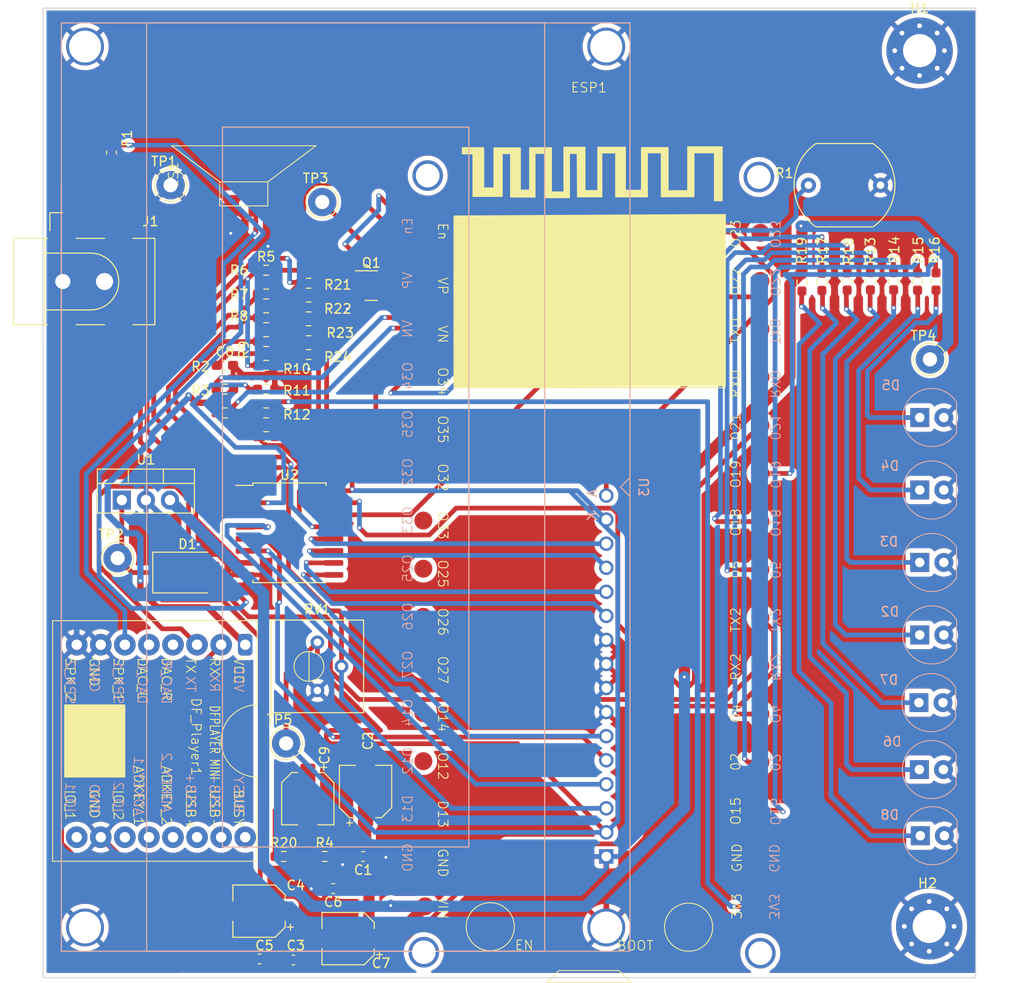
<source format=kicad_pcb>
(kicad_pcb (version 20221018) (generator pcbnew)
  (layers (0 "F.Cu" signal) (1 "In1.Cu" power) (2 "In2.Cu" mixed) (31 "B.Cu" mixed) (34 "B.Paste" user) (35 "F.Paste" user) (36 "B.SilkS" user "B.Silkscreen") (37 "F.SilkS" user "F.Silkscreen") (38 "B.Mask" user) (39 "F.Mask" user) (44 "Edge.Cuts" user))
  (net 0 "")
  (net 1 "+5V")
  (net 2 "GND")
  (net 3 "Vin")
  (net 4 "Net-(U2-VDD)")
  (net 5 "Net-(D1-A)")
  (net 6 "Net-(D2-Pad1)")
  (net 7 "Net-(D3-Pad1)")
  (net 8 "Net-(D4-Pad1)")
  (net 9 "Net-(D5-Pad1)")
  (net 10 "Net-(D6-Pad1)")
  (net 11 "Net-(D7-Pad1)")
  (net 21 "Net-(ESP1-O34)")
  (net 22 "Net-(ESP1-VN)")
  (net 23 "Net-(ESP1-VP)")
  (net 26 "Net-(ESP1-O22)")
  (net 27 "Net-(DF_Player1-RX)")
  (net 28 "Net-(DF_Player1-TX)")
  (net 30 "Net-(ESP1-O19)")
  (net 31 "Net-(ESP1-O18)")
  (net 32 "Net-(ESP1-O5)")
  (net 34 "Net-(ESP1-O21)")
  (net 35 "Net-(ESP1-O4)")
  (net 36 "Net-(ESP1-O2)")
  (net 37 "Net-(ESP1-O15)")
  (net 38 "Net-(ESP1-3V3)")
  (net 39 "Net-(F1-Pad2)")
  (net 40 "Net-(Q1-G)")
  (net 41 "Net-(Q1-D)")
  (net 42 "+3.3V")
  (net 43 "Net-(U2-A2)")
  (net 44 "Net-(U2-A1)")
  (net 45 "Net-(U2-A0)")
  (net 46 "Net-(U2-~{INT})")
  (net 47 "Net-(D8-Pad1)")
  (net 48 "Net-(U2-P3)")
  (net 49 "Net-(U3-VO)")
  (net 50 "Net-(U2-P0)")
  (net 51 "Net-(U2-P1)")
  (net 52 "Net-(U2-P2)")
  (net 53 "Net-(U2-P4)")
  (net 54 "Net-(U2-P5)")
  (net 55 "Net-(U2-P6)")
  (net 56 "Net-(U2-P7)")
  (net 59 "Net-(DF_Player1-SPK_1)")
  (footprint "Resistor_SMD:R_0603_1608Metric_Pad0.98x0.95mm_HandSolder" (layer "F.Cu") (at 114.3595 80.164)
    (fp_text reference "R8")
    (fp_text value "1K")
  )
  (footprint "Resistor_SMD:R_0603_1608Metric_Pad0.98x0.95mm_HandSolder" (layer "F.Cu") (at 110.0095 85.184)
    (fp_text reference "R2")
    (fp_text value "10 k")
  )
  (footprint "Capacitor_SMD:CP_Elec_5x5.4" (layer "F.Cu") (at 123.0095 143.199 180)
    (fp_text reference "C7")
    (fp_text value "47uF 16V")
  )
  (footprint "GeneralPurposeAlarmDevicePCB:MountingHole_3.5mm_Pad_Via" (layer "F.Cu") (at 184.325845 141.907845)
    (fp_text reference "H2")
    (fp_text value "MountingHole_Pad_3.5mm")
  )
  (footprint "TestPoint:TestPoint_Loop_D2.54mm_Drill1.5mm_Beaded" (layer "F.Cu") (at 98.688 103.026 180)
    (fp_text reference "TP2")
    (fp_text value "TestPoint")
  )
  (footprint "Resistor_SMD:R_0603_1608Metric_Pad0.98x0.95mm_HandSolder" (layer "F.Cu") (at 114.3595 85.184)
    (fp_text reference "R10")
    (fp_text value "1R0")
  )
  (footprint "Resistor_SMD:R_0603_1608Metric_Pad0.98x0.95mm_HandSolder" (layer "F.Cu") (at 185.042 73.8165 90)
    (fp_text reference "R16")
    (fp_text value "60 ohm")
  )
  (footprint "Capacitor_SMD:C_0603_1608Metric_Pad1.08x0.95mm_HandSolder" (layer "F.Cu") (at 121.4345 137.904 180)
    (fp_text reference "C6")
    (fp_text value "100nF")
  )
  (footprint "TestPoint:TestPoint_Loop_D2.54mm_Drill1.5mm_Beaded" (layer "F.Cu") (at 184.404 82.042 180)
    (fp_text reference "TP4")
    (fp_text value "TestPoint")
  )
  (footprint "TestPoint:TestPoint_Loop_D2.54mm_Drill1.5mm_Beaded" (layer "F.Cu") (at 120.278 65.434 180)
    (fp_text reference "TP3")
    (fp_text value "nINT")
  )
  (footprint "Resistor_SMD:R_0603_1608Metric_Pad0.98x0.95mm_HandSolder" (layer "F.Cu") (at 118.8345 74.004)
    (fp_text reference "R21")
    (fp_text value "4K7")
  )
  (footprint "Capacitor_SMD:C_0603_1608Metric_Pad1.08x0.95mm_HandSolder" (layer "F.Cu") (at 124.596 134.522 180)
    (fp_text reference "C1")
    (fp_text value "100nF")
  )
  (footprint "Resistor_SMD:R_0603_1608Metric_Pad0.98x0.95mm_HandSolder" (layer "F.Cu") (at 170.897 73.9165 90)
    (fp_text reference "R19")
    (fp_text value "330R")
  )
  (footprint "GeneralPurposeAlarmDevicePCB:BarrelJack_CLIFF_FC681465S_SMT_Horizontal" (layer "F.Cu") (at 95.806 73.826)
    (fp_text reference "J1")
    (fp_text value "Barrel_Jack_Switch_SMT")
  )
  (footprint "Capacitor_SMD:CP_Elec_5x5.4" (layer "F.Cu") (at 113.6115 140.2965 180)
    (fp_text reference "C4")
    (fp_text value "47uF 16V")
  )
  (footprint "Capacitor_SMD:C_0603_1608Metric_Pad1.08x0.95mm_HandSolder" (layer "F.Cu") (at 117.23 145.4515)
    (fp_text reference "C3")
    (fp_text value "39pF")
  )
  (footprint "Resistor_SMD:R_0603_1608Metric_Pad0.98x0.95mm_HandSolder" (layer "F.Cu") (at 110.0095 87.694)
    (fp_text reference "R3")
    (fp_text value "10 k")
  )
  (footprint "Resistor_SMD:R_0603_1608Metric_Pad0.98x0.95mm_HandSolder" (layer "F.Cu") (at 118.8345 79.024)
    (fp_text reference "R23")
    (fp_text value "DNI")
  )
  (footprint "Capacitor_SMD:C_0603_1608Metric_Pad1.08x0.95mm_HandSolder" (layer "F.Cu") (at 110.0095 82.674)
    (fp_text reference "C8")
    (fp_text value "100nF")
  )
  (footprint "DF_PLAYER1:DF PLAYER" (layer "F.Cu") (at 113.42 109.63 -90)
    (fp_text reference "DF_Player1")
    (fp_text value "~")
  )
  (footprint "Resistor_SMD:R_0603_1608Metric_Pad0.98x0.95mm_HandSolder" (layer "F.Cu") (at 114.3595 75.144)
    (fp_text reference "R6")
    (fp_text value "4K7")
  )
  (footprint "TestPoint:TestPoint_Loop_D2.54mm_Drill1.5mm_Beaded" (layer "F.Cu") (at 116.468 122.584 180)
    (fp_text reference "TP5")
    (fp_text value "Vcc_LCD")
  )
  (footprint "Resistor_SMD:R_0603_1608Metric_Pad0.98x0.95mm_HandSolder" (layer "F.Cu") (at 114.3595 90.204)
    (fp_text reference "R12")
    (fp_text value "1R0")
  )
  (footprint "Resistor_SMD:R_0603_1608Metric_Pad0.98x0.95mm_HandSolder" (layer "F.Cu") (at 114.3595 77.654)
    (fp_text reference "R7")
    (fp_text value "4K7")
  )
  (footprint "Resistor_SMD:R_0603_1608Metric_Pad0.98x0.95mm_HandSolder" (layer "F.Cu") (at 118.8345 76.514)
    (fp_text reference "R22")
    (fp_text value "4K7")
  )
  (footprint "Package_TO_SOT_SMD:SOT-23" (layer "F.Cu") (at 125.4595 74.254)
    (fp_text reference "Q1")
    (fp_text value "BSS138")
  )
  (footprint "TestPoint:TestPoint_Loop_D2.54mm_Drill1.5mm_Beaded" (layer "F.Cu") (at 104.276 63.656 180)
    (fp_text reference "TP1")
    (fp_text value "TestPoint")
  )
  (footprint "speaker:Speaker" (layer "F.Cu") (at 101.836 67.112 90)
    (fp_text reference "LS1")
    (fp_text value "Speaker")
  )
  (footprint "Resistor_SMD:R_0603_1608Metric_Pad0.98x0.95mm_HandSolder" (layer "F.Cu") (at 180.572 73.7915 90)
    (fp_text reference "R14")
    (fp_text value "60 ohm")
  )
  (footprint "Fuse:Fuse_0603_1608Metric" (layer "F.Cu") (at 98.044 60.198 -90)
    (fp_text reference "F1")
    (fp_text value "Polyfuse_Small")
  )
  (footprint "Package_TO_SOT_THT:TO-220-3_Vertical" (layer "F.Cu") (at 99.132 96.899)
    (fp_text reference "U1")
    (fp_text value "LM7805_TO220")
  )
  (footprint "Capacitor_SMD:CP_Elec_5x5.4" (layer "F.Cu") (at 118.754 128.426 -90)
    (fp_text reference "C9")
    (fp_text value "47uF 16V")
  )
  (footprint "Resistor_SMD:R_0603_1608Metric_Pad0.98x0.95mm_HandSolder" (layer "F.Cu") (at 175.672 73.8165 90)
    (fp_text reference "R18")
    (fp_text value "60 ohm")
  )
  (footprint "Resistor_SMD:R_0603_1608Metric_Pad0.98x0.95mm_HandSolder" (layer "F.Cu") (at 118.8345 81.534)
    (fp_text reference "R24")
    (fp_text value "DNI")
  )
  (footprint "esp32 15 pin Library:esp32" (layer "F.Cu") (at 148.4222 53.852)
    (fp_text reference "ESP1")
    (fp_text value "~")
  )
  (footprint "Resistor_SMD:R_0603_1608Metric_Pad0.98x0.95mm_HandSolder" (layer "F.Cu") (at 114.3595 82.674)
    (fp_text reference "R9")
    (fp_text value "1R0")
  )
  (footprint "Package_SO:SOIC-16W_7.5x10.3mm_P1.27mm" (layer "F.Cu") (at 116.822 100.354)
    (fp_text reference "U2")
    (fp_text value "PCF8574AT_3_518")
  )
  (footprint "Diode_SMD:D_SMB" (layer "F.Cu") (at 106.054 104.55)
    (fp_text reference "D1")
    (fp_text value "D_Schottky")
  )
  (footprint "Capacitor_SMD:CP_Elec_5x5.4" (layer "F.Cu") (at 124.85 127.664 90)
    (fp_text reference "C2")
    (fp_text value "47uF 16V")
  )
  (footprint "Resistor_SMD:R_0603_1608Metric_Pad0.98x0.95mm_HandSolder" (layer "F.Cu") (at 178.122 73.7915 90)
    (fp_text reference "R13")
    (fp_text value "60 ohm")
  )
  (footprint "Resistor_SMD:R_0603_1608Metric_Pad0.98x0.95mm_HandSolder" (layer "F.Cu") (at 183.097 73.829 90)
    (fp_text reference "R15")
    (fp_text value "60 ohm")
  )
  (footprint "Resistor_SMD:R_0603_1608Metric_Pad0.98x0.95mm_HandSolder" (layer "F.Cu") (at 116.214 134.522)
    (fp_text reference "R20")
    (fp_text value "1R0")
  )
  (footprint "Capacitor_SMD:C_0603_1608Metric_Pad1.08x0.95mm_HandSolder" (layer "F.Cu") (at 113.674 145.3435)
    (fp_text reference "C5")
    (fp_text value "100nF")
  )
  (footprint "Resistor_SMD:R_0603_1608Metric_Pad0.98x0.95mm_HandSolder" (layer "F.Cu") (at 114.3595 72.634)
    (fp_text reference "R5")
    (fp_text value "4K7")
  )
  (footprint "GeneralPurposeAlarmDevicePCB:MountingHole_3.5mm_Pad_Via" (layer "F.Cu") (at 183.309845 49.451845)
    (fp_text reference "H1")
    (fp_text value "MountingHole_Pad_3.5mm")
  )
  (footprint "OptoDevice:R_LDR_10x8.5mm_P7.6mm_Vertical" (layer "F.Cu") (at 179.186 63.656 180)
    (fp_text reference "R1")
    (fp_text value "LDR03")
  )
  (footprint "GeneralPurposeAlarmDevicePCB:Potentiometer_Bourns_3386P_Vertical" (layer "F.Cu") (at 119.77 116.996)
    (fp_text reference "RV1")
    (fp_text value "POT 0.375 10K")
  )
  (footprint "Resistor_SMD:R_0603_1608Metric_Pad0.98x0.95mm_HandSolder" (layer "F.Cu") (at 114.3595 87.694)
    (fp_text reference "R11")
    (fp_text value "1 Ohm")
  )
  (footprint "Resistor_SMD:R_0603_1608Metric_Pad0.98x0.95mm_HandSolder" (layer "F.Cu") (at 172.997 73.854 90)
    (fp_text reference "R17")
    (fp_text value "60 ohm")
  )
  (footprint "Resistor_SMD:R_0603_1608Metric_Pad0.98x0.95mm_HandSolder" (layer "F.Cu") (at 120.532 134.522)
    (fp_text reference "R4")
    (fp_text value "R")
  )
  (footprint "GeneralPurposeAlarmDevicePCB:LED_5mm_Radial" (layer "B.Cu") (at 185.828 125.349)
    (fp_text reference "D6")
    (fp_text value "LED_T1.75_CLEAR_RED")
  )
  (footprint "GeneralPurposeAlarmDevicePCB:LED_5mm_Radial" (layer "B.Cu") (at 185.868 111.134)
    (fp_text reference "D2")
    (fp_text value "LED_T1.75_CLEAR_RED")
  )
  (footprint "GeneralPurposeAlarmDevicePCB:LED_5mm_Radial" (layer "B.Cu") (at 185.868 103.484)
    (fp_text reference "D3")
    (fp_text value "LED_T1.75_CLEAR_RED")
  )
  (footprint "LCD 20x4Library:LCD_2004A" (layer "B.Cu") (at 122.75 95.522 90)
    (fp_text reference "U3")
    (fp_text value "LCD_20x4_Character-GPAD_SCH_LIB")
  )
  (footprint "GeneralPurposeAlarmDevicePCB:LED_5mm_Radial" (layer "B.Cu") (at 185.778 118.284)
    (fp_text reference "D7")
    (fp_text value "LED_T1.75_CLEAR_RED")
  )
  (footprint "GeneralPurposeAlarmDevicePCB:LED_5mm_Radial" (layer "B.Cu") (at 185.868 88.184)
    (fp_text reference "D5")
    (fp_text value "LED_T1.75_CLEAR_RED")
  )
  (footprint "GeneralPurposeAlarmDevicePCB:LED_5mm_Radial" (layer "B.Cu") (at 185.928 132.334)
    (fp_text reference "D8")
    (fp_text value "LED_T1.75_CLEAR_RED")
  )
  (footprint "GeneralPurposeAlarmDevicePCB:LED_5mm_Radial" (layer "B.Cu") (at 185.868 95.834)
    (fp_text reference "D4")
    (fp_text value "LED_T1.75_CLEAR_RED")
  )
  (gr_rect (start 90.805 44.958) (end 189.23 147.32) (stroke (width 0.1)) (fill none) (layer "Edge.Cuts"))
  (segment (start 121.4445 134.522) (end 122.7145 133.252) (width 1.19) (layer "F.Cu") (net 1))
  (segment (start 119.6195 134.522) (end 119.6195 135.6415) (width 1.19) (layer "F.Cu") (net 1))
  (segment (start 127.592 139.784) (end 127.508 139.7) (width 1.19) (layer "F.Cu") (net 1))
  (segment (start 158.496 94.548797) (end 158.496 115.57) (width 1.19) (layer "F.Cu") (net 1))
  (segment (start 125.2095 138.2665) (end 125.2095 143.199) (width 1.19) (layer "F.Cu") (net 1))
  (segment (start 122.564 136.554) (end 122.564 137.637) (width 1.19) (layer "F.Cu") (net 1))
  (segment (start 125.4585 138.0175) (end 125.2095 138.2665) (width 1.19) (layer "F.Cu") (net 1))
  (segment (start 124.847 137.904) (end 125.2095 138.2665) (width 1.19) (layer "F.Cu") (net 1))
  (segment (start 165.784197 87.2606) (end 158.496 94.548797) (width 1.19) (layer "F.Cu") (net 1))
  (segment (start 166.2314 87.2606) (end 165.784197 87.2606) (width 1.19) (layer "F.Cu") (net 1))
  (segment (start 125.2095 143.199) (end 127.722 143.199) (width 1.19) (layer "F.Cu") (net 1))
  (segment (start 169.627 74.151324) (end 169.627 83.865) (width 1.19) (layer "F.Cu") (net 1))
  (segment (start 124.85 133.252) (end 124.85 129.864) (width 1.19) (layer "F.Cu") (net 1))
  (segment (start 122.564 137.637) (end 122.297 137.904) (width 1.19) (layer "F.Cu") (net 1))
  (segment (start 119.6195 135.6415) (end 120.532 136.554) (width 1.19) (layer "F.Cu") (net 1))
  (segment (start 169.627 83.865) (end 166.2314 87.2606) (width 1.19) (layer "F.Cu") (net 1))
  (segment (start 170.897 67.954) (end 170.897 73.004) (width 1.19) (layer "F.Cu") (net 1))
  (segment (start 125.4585 133.8605) (end 125.4585 134.522) (width 1.19) (layer "F.Cu") (net 1))
  (segment (start 170.897 73.004) (end 170.774324 73.004) (width 1.19) (layer "F.Cu") (net 1))
  (segment (start 125.4585 134.522) (end 125.4585 138.0175) (width 1.19) (layer "F.Cu") (net 1))
  (segment (start 122.7145 133.252) (end 124.85 133.252) (width 1.19) (layer "F.Cu") (net 1))
  (segment (start 131.137 139.784) (end 127.592 139.784) (width 1.19) (layer "F.Cu") (net 1))
  (segment (start 124.85 133.252) (end 125.4585 133.8605) (width 1.19) (layer "F.Cu") (net 1))
  (segment (start 120.532 136.554) (end 122.564 136.554) (width 1.19) (layer "F.Cu") (net 1))
  (segment (start 117.1265 134.522) (end 119.6195 134.522) (width 1.19) (layer "F.Cu") (net 1))
  (segment (start 170.774324 73.004) (end 169.627 74.151324) (width 1.19) (layer "F.Cu") (net 1))
  (segment (start 127.722 143.199) (end 131.137 139.784) (width 1.19) (layer "F.Cu") (net 1))
  (segment (start 122.297 137.904) (end 124.847 137.904) (width 1.19) (layer "F.Cu") (net 1))
  (via (at 170.797 67.954) (size 0.5) (drill 0.3) (layers "F.Cu" "B.Cu") (net 1))
  (via (at 158.496 115.57) (size 0.5) (drill 0.3) (layers "F.Cu" "B.Cu") (net 1))
  (via (at 127.508 139.7) (size 0.5) (drill 0.3) (layers "F.Cu" "B.Cu") (net 1))
  (segment (start 127.592 139.784) (end 127.508 139.7) (width 1.19) (layer "B.Cu") (net 1))
  (segment (start 186.295845 71.374991) (end 186.295845 80.150155) (width 1.19) (layer "B.Cu") (net 1))
  (segment (start 117.602 138.176) (end 119.21 139.784) (width 1.19) (layer "B.Cu") (net 1))
  (segment (start 114.088 106.775) (end 114.088 135.424) (width 1.19) (layer "B.Cu") (net 1))
  (segment (start 127.508 139.7) (end 127.424 139.784) (width 1.19) (layer "B.Cu") (net 1))
  (segment (start 114.088 135.424) (end 116.84 138.176) (width 1.19) (layer "B.Cu") (net 1))
  (segment (start 116.84 138.176) (end 117.602 138.176) (width 1.19) (layer "B.Cu") (net 1))
  (segment (start 170.847 68.004) (end 182.924854 68.004) (width 1.19) (layer "B.Cu") (net 1))
  (segment (start 186.295845 80.150155) (end 184.404 82.042) (width 1.19) (layer "B.Cu") (net 1))
  (segment (start 127.424 139.784) (end 119.21 139.784) (width 1.19) (layer "B.Cu") (net 1))
  (segment (start 158.496 129.39) (end 148.102 139.784) (width 1.19) (layer "B.Cu") (net 1))
  (segment (start 148.102 139.784) (end 127.592 139.784) (width 1.19) (layer "B.Cu") (net 1))
  (segment (start 170.797 67.954) (end 170.847 68.004) (width 1.19) (layer "B.Cu") (net 1))
  (segment (start 182.924854 68.004) (end 186.295845 71.374991) (width 1.19) (layer "B.Cu") (net 1))
  (segment (start 158.496 115.57) (end 158.496 129.39) (width 1.19) (layer "B.Cu") (net 1))
  (segment (start 104.212 96.899) (end 114.088 106.775) (width 1.19) (layer "B.Cu") (net 1))
  (segment (start 114.6445 145.4515) (end 114.5365 145.3435) (width 0.6) (layer "F.Cu") (net 2))
  (segment (start 123.018 76.708) (end 124.522 75.204) (width 0.6) (layer "F.Cu") (net 2))
  (segment (start 120.8095 143.199) (end 120.345 143.199) (width 0.6) (layer "F.Cu") (net 2))
  (segment (start 98.806 79.326) (end 110.726 67.406) (width 0.6) (layer "F.Cu") (net 2))
  (segment (start 118.0925 145.4515) (end 116.3675 145.4515) (width 0.6) (layer "F.Cu") (net 2))
  (segment (start 110.726 67.356661) (end 110.726 67.056) (width 0.6) (layer "F.Cu") (net 2))
  (segment (start 120.572 142.9615) (end 120.8095 143.199) (width 0.6) (layer "F.Cu") (net 2))
  (segment (start 115.272 82.674) (end 116.782 82.674) (width 0.6) (layer "F.Cu") (net 2))
  (segment (start 112.172 104.799) (end 111.497761 104.799) (width 0.6) (layer "F.Cu") (net 2))
  (segment (start 122.936 76.708) (end 123.018 76.708) (width 0.6) (layer "F.Cu") (net 2))
  (segment (start 118.281 83.649) (end 118.872 83.058) (width 0.6) (layer "F.Cu") (net 2))
  (segment (start 108.298761 101.6) (end 107.188 101.6) (width 0.6) (layer "F.Cu") (net 2))
  (segment (start 110.726 68.636) (end 110.626 68.736) (width 0.6) (layer "F.Cu") (net 2))
  (segment (start 127.254 134.62) (end 127 134.62) (width 0.6) (layer "F.Cu") (net 2))
  (segment (start 118.754 130.626) (end 123.916 125.464) (width 0.6) (layer "F.Cu") (net 2))
  (segment (start 118.872 83.058) (end 118.618 83.312) (width 0.6) (layer "F.Cu") (net 2))
  (segment (start 115.272 82.674) (end 115.272 85.184) (width 0.6) (layer "F.Cu") (net 2))
  (segment (start 150.25 134.522) (end 150.25 142.022) (width 0.6) (layer "F.Cu") (net 2))
  (segment (start 119.144 137.904) (end 119.126 137.922) (width 0.6) (layer "F.Cu") (net 2))
  (segment (start 116.45066 85.184) (end 117.602 86.33534) (width 0.6) (layer "F.Cu") (net 2))
  (segment (start 110.726 67.056) (end 110.726 65.842) (width 0.6) (layer "F.Cu") (net 2))
  (segment (start 127.258 134.624) (end 127.254 134.62) (width 0.6) (layer "F.Cu") (net 2))
  (segment (start 110.872 82.674) (end 111.86334 83.66534) (width 0.6) (layer "F.Cu") (net 2))
  (segment (start 113.473339 70.104) (end 110.726 67.356661) (width 0.6) (layer "F.Cu") (net 2))
  (segment (start 116.782 82.674) (end 117.922 81.534) (width 0.6) (layer "F.Cu") (net 2))
  (segment (start 117.602 86.33534) (end 117.602 87.874) (width 0.6) (layer "F.Cu") (net 2))
  (segment (start 111.847 83.649) (end 118.281 83.649) (width 0.6) (layer "F.Cu") (net 2))
  (segment (start 120.572 137.904) (end 119.144 137.904) (width 0.6) (layer "F.Cu") (net 2))
  (segment (start 106.462 65.842) (end 104.276 63.656) (width 0.6) (layer "F.Cu") (net 2))
  (segment (start 150.25 142.022) (end 157.5464 134.7256) (width 0.6) (layer "F.Cu") (net 2))
  (segment (start 111.86334 83.66534) (end 114.28066 83.66534) (width 0.6) (layer "F.Cu") (net 2))
  (segment (start 111.497761 104.799) (end 108.298761 101.6) (width 0.6) (layer "F.Cu") (net 2))
  (segment (start 123.916 125.464) (end 124.85 125.464) (width 0.6) (layer "F.Cu") (net 2))
  (segment (start 110.726 65.842) (end 106.462 65.842) (width 0.6) (layer "F.Cu") (net 2))
  (segment (start 116.3675 145.4515) (end 114.6445 145.4515) (width 0.6) (layer "F.Cu") (net 2))
  (segment (start 96.91 132.49) (end 104.7165 140.2965) (width 0.6) (layer "F.Cu") (net 2))
  (segment (start 107.188 101.6) (end 107.442 101.6) (width 0.6) (layer "F.Cu") (net 2))
  (segment (start 115.272 85.184) (end 116.45066 85.184) (width 0.6) (layer "F.Cu") (net 2))
  (segment (start 120.345 143.199) (end 118.0925 145.4515) (width 0.6) (layer "F.Cu") (net 2))
  (segment (start 122.682 135.382) (end 122.428 135.382) (width 0.6) (layer "F.Cu") (net 2))
  (segment (start 110.726 67.406) (end 110.726 67.056) (width 0.6) (layer "F.Cu") (net 2))
  (segment (start 114.554 70.104) (end 113.473339 70.104) (width 0.6) (layer "F.Cu") (net 2))
  (segment (start 110.726 65.842) (end 110.726 68.636) (width 0.6) (layer "F.Cu") (net 2))
  (segment (start 130.947 134.624) (end 127.258 134.624) (width 0.6) (layer "F.Cu") (net 2))
  (segment (start 110.872 82.674) (end 111.847 83.649) (width 0.6) (layer "F.Cu") (net 2))
  (segment (start 157.5464 134.7256) (end 166.507 134.7256) (width 0.6) (layer "F.Cu") (net 2))
  (segment (start 117.602 87.874) (end 115.272 90.204) (width 0.6) (layer "F.Cu") (net 2))
  (segment (start 98.806 79.326) (end 92.806 79.326) (width 0.6) (layer "F.Cu") (net 2))
  (segment (start 104.7165 140.2965) (end 111.4115 140.2965) (width 0.6) (layer "F.Cu") (net 2))
  (segment (start 123.7335 134.522) (end 123.542 134.522) (width 0.6) (layer "F.Cu") (net 2))
  (segment (start 123.542 134.522) (end 122.682 135.382) (width 0.6) (layer "F.Cu") (net 2))
  (segment (start 120.572 137.904) (end 120.572 142.9615) (width 0.6) (layer "F.Cu") (net 2))
  (segment (start 114.28066 83.66534) (end 115.272 82.674) (width 0.6) (layer "F.Cu") (net 2))
  (via (at 110.626 68.736) (size 0.5) (drill 0.3) (layers "F.Cu" "B.Cu") (net 2))
  (via (at 118.872 83.058) (size 0.5) (drill 0.3) (layers "F.Cu" "B.Cu") (net 2))
  (via (at 122.428 135.382) (size 0.5) (drill 0.3) (layers "F.Cu" "B.Cu") (net 2))
  (via (at 114.554 70.104) (size 0.5) (drill 0.3) (layers "F.Cu" "B.Cu") (net 2))
  (via (at 122.936 76.708) (size 0.5) (drill 0.3) (layers "F.Cu" "B.Cu") (net 2))
  (via (at 107.188 101.6) (size 0.5) (drill 0.3) (layers "F.Cu" "B.Cu") (net 2))
  (via (at 119.126 137.922) (size 0.5) (drill 0.3) (layers "F.Cu" "B.Cu") (net 2))
  (via (at 127 134.62) (size 0.5) (drill 0.3) (layers "F.Cu" "B.Cu") (net 2))
  (segment (start 106.373 101.6) (end 101.672 96.899) (width 0.6) (layer "B.Cu") (net 2))
  (segment (start 122.936 76.708) (end 122.936 76.45539) (width 0.6) (layer "B.Cu") (net 2))
  (segment (start 94.37 93.628) (end 108.086 79.912) (width 0.6) (layer "B.Cu") (net 2))
  (segment (start 108.34 71.022) (end 110.626 68.736) (width 0.6) (layer "B.Cu") (net 2))
  (segment (start 108.086 71.022) (end 108.34 71.022) (width 0.6) (layer "B.Cu") (net 2))
  (segment (start 94.37 112.17) (end 94.37 93.628) (width 0.6) (layer "B.Cu") (net 2))
  (segment (start 127 134.62) (end 126.996 134.624) (width 0.6) (layer "B.Cu") (net 2))
  (segment (start 118.872 83.058) (end 118.872 81.026) (width 0.6) (layer "B.Cu") (net 2))
  (segment (start 122.682 134.62) (end 122.428 134.874) (width 0.6) (layer "B.Cu") (net 2))
  (segment (start 107.188 101.6) (end 106.373 101.6) (width 0.6) (layer "B.Cu") (net 2))
  (segment (start 116.58461 70.104) (end 114.554 70.104) (width 0.6) (layer "B.Cu") (net 2))
  (segment (start 119.126 137.922) (end 119.888 137.922) (width 0.6) (layer "B.Cu") (net 2))
  (segment (start 126.996 134.624) (end 122.686 134.624) (width 0.6) (layer "B.Cu") (net 2))
  (segment (start 122.686 134.624) (end 122.682 134.62) (width 0.6) (layer "B.Cu") (net 2))
  (segment (start 118.872 81.026) (end 122.936 76.962) (width 0.6) (layer "B.Cu") (net 2))
  (segment (start 119.888 137.922) (end 122.428 135.382) (width 0.6) (layer "B.Cu") (net 2))
  (segment (start 108.086 79.912) (end 108.086 71.022) (width 0.6) (layer "B.Cu") (net 2))
  (segment (start 122.428 134.874) (end 122.428 135.382) (width 0.6) (layer "B.Cu") (net 2))
  (segment (start 122.936 76.962) (end 122.936 76.708) (width 0.6) (layer "B.Cu") (net 2))
  (segment (start 122.936 76.45539) (end 116.58461 70.104) (width 0.6) (layer "B.Cu") (net 2))
  (segment (start 103.378 105.076) (end 103.904 104.55) (width 0.5) (layer "F.Cu") (net 3))
  (segment (start 113.743 138.228) (end 115.8115 140.2965) (width 0.5) (layer "F.Cu") (net 3))
  (segment (start 100.212 104.55) (end 103.904 104.55) (width 0.5) (layer "F.Cu") (net 3))
  (segment (start 99.132 102.582) (end 98.688 103.026) (width 0.5) (layer "F.Cu") (net 3))
  (segment (start 115.779 140.2965) (end 115.8115 140.2965) (width 0.5) (layer "F.Cu") (net 3))
  (segment (start 113.743 111.444789) (end 109.740211 107.442) (width 0.5) (layer "F.Cu") (net 3))
  (segment (start 113.743 138.228) (end 113.743 111.444789) (width 0.5) (layer "F.Cu") (net 3))
  (segment (start 113.3045 142.8035) (end 115.8115 140.2965) (width 0.5) (layer "F.Cu") (net 3))
  (segment (start 112.658 142.8035) (end 113.3045 142.8035) (width 0.5) (layer "F.Cu") (net 3))
  (segment (start 109.740211 107.442) (end 103.378 107.442) (width 0.5) (layer "F.Cu") (net 3))
  (segment (start 98.688 103.026) (end 100.212 104.55) (width 0.5) (layer "F.Cu") (net 3))
  (segment (start 103.378 107.442) (end 103.378 105.076) (width 0.5) (layer "F.Cu") (net 3))
  (segment (start 112.658 145.19) (end 112.658 142.8035) (width 0.5) (layer "F.Cu") (net 3))
  (segment (start 112.8115 145.3435) (end 112.658 145.19) (width 0.5) (layer "F.Cu") (net 3))
  (segment (start 99.132 96.899) (end 99.132 102.582) (width 0.5) (layer "F.Cu") (net 3))
  (segment (start 132.347 73.084101) (end 122.746899 63.484) (width 0.5) (layer "F.Cu") (net 4))
  (segment (start 118.328 72.585) (end 118.377 72.634) (width 0.5) (layer "F.Cu") (net 4))
  (segment (start 125.928 89.43795) (end 125.928 85.742899) (width 0.5) (layer "F.Cu") (net 4))
  (segment (start 119.470283 63.484) (end 118.328 64.626283) (width 0.5) (layer "F.Cu") (net 4))
  (segment (start 115.3015 129.6785) (end 118.754 126.226) (width 0.5) (layer "F.Cu") (net 4))
  (segment (start 115.272 72.634) (end 118.377 72.634) (width 0.5) (layer "F.Cu") (net 4))
  (segment (start 110.385 81.436) (end 116.468 81.436) (width 0.5) (layer "F.Cu") (net 4))
  (segment (start 116.722 80.164) (end 118.607 80.164) (width 0.5) (layer "F.Cu") (net 4))
  (segment (start 118.754 124.87) (end 116.468 122.584) (width 0.5) (layer "F.Cu") (net 4))
  (segment (start 115.272 72.634) (end 115.272 75.144) (width 0.5) (layer "F.Cu") (net 4))
  (segment (start 109.147 82.674) (end 110.385 81.436) (width 0.5) (layer "F.Cu") (net 4))
  (segment (start 115.272 80.164) (end 116.722 80.164) (width 0.5) (layer "F.Cu") (net 4))
  (segment (start 140.888 122.62) (end 150.25 131.982) (width 0.5) (layer "F.Cu") (net 4))
  (segment (start 126.42942 121.22) (end 121.122051 121.22) (width 0.5) (layer "F.Cu") (net 4))
  (segment (start 120.712 121.630051) (end 120.712 122.209949) (width 0.5) (layer "F.Cu") (net 4))
  (segment (start 125.928 85.742899) (end 132.347 79.323899) (width 0.5) (layer "F.Cu") (net 4))
  (segment (start 115.272 80.164) (end 115.272 77.654) (width 0.5) (layer "F.Cu") (net 4))
  (segment (start 121.122051 121.22) (end 120.712 121.630051) (width 0.5) (layer "F.Cu") (net 4))
  (segment (start 122.746899 63.484) (end 119.470283 63.484) (width 0.5) (layer "F.Cu") (net 4))
  (segment (start 123.444 95.758) (end 123.444 91.92195) (width 0.5) (layer "F.Cu") (net 4))
  (segment (start 121.472 95.909) (end 123.293 95.909) (width 0.5) (layer "F.Cu") (net 4))
  (segment (start 119.77 114.56058) (end 126.42942 121.22) (width 0.5) (layer "F.Cu") (net 4))
  (segment (start 116.468 80.418) (end 116.722 80.164) (width 0.5) (layer "F.Cu") (net 4))
  (segment (start 120.712 122.209949) (end 121.122051 122.62) (width 0.5) (layer "F.Cu") (net 4))
  (segment (start 115.3015 134.522) (end 115.3015 129.6785) (width 0.5) (layer "F.Cu") (net 4))
  (segment (start 116.468 115.218) (end 116.468 122.584) (width 0.5) (layer "F.Cu") (net 4))
  (segment (start 132.347 79.323899) (end 132.347 73.084101) (width 0.5) (layer "F.Cu") (net 4))
  (segment (start 118.328 64.626283) (end 118.328 72.585) (width 0.5) (layer "F.Cu") (net 4))
  (segment (start 119.77 111.916) (end 116.468 115.218) (width 0.5) (layer "F.Cu") (net 4))
  (segment (start 116.468 81.436) (end 116.468 80.418) (width 0.5) (layer "F.Cu") (net 4))
  (segment (start 118.377 72.634) (end 119.747 74.004) (width 0.5) (layer "F.Cu") (net 4))
  (segment (start 121.122051 122.62) (end 140.888 122.62) (width 0.5) (layer "F.Cu") (net 4))
  (segment (start 119.77 111.916) (end 119.77 114.56058) (width 0.5) (layer "F.Cu") (net 4))
  (segment (start 123.444 91.92195) (end 125.928 89.43795) (width 0.5) (layer "F.Cu") (net 4))
  (segment (start 115.272 75.144) (end 115.272 77.654) (width 0.5) (layer "F.Cu") (net 4))
  (segment (start 123.293 95.909) (end 123.444 95.758) (width 0.5) (layer "F.Cu") (net 4))
  (segment (start 118.607 80.164) (end 119.747 79.024) (width 0.5) (layer "F.Cu") (net 4))
  (segment (start 118.754 126.226) (end 118.754 124.87) (width 0.5) (layer "F.Cu") (net 4))
  (via (at 123.444 95.758) (size 0.5) (drill 0.3) (layers "F.Cu" "B.Cu") (net 4))
  (segment (start 124.206 95.904) (end 146.366027 95.904) (width 0.5) (layer "B.Cu") (net 4))
  (segment (start 151.462 100.999973) (end 151.462 130.77) (width 0.5) (layer "B.Cu") (net 4))
  (segment (start 151.462 130.77) (end 150.25 131.982) (width 0.5) (layer "B.Cu") (net 4))
  (segment (start 150.25 131.982) (end 125.866 131.982) (width 0.5) (layer "B.Cu") (net 4))
  (segment (start 147.192 95.904) (end 124.206 95.904) (width 0.5) (layer "B.Cu") (net 4))
  (segment (start 124.206 95.904) (end 123.59 95.904) (width 0.5) (layer "B.Cu") (net 4))
  (segment (start 150.25 98.962) (end 147.192 95.904) (width 0.5) (layer "B.Cu") (net 4))
  (segment (start 146.366027 95.904) (end 151.462 100.999973) (width 0.5) (layer "B.Cu") (net 4))
  (segment (start 125.866 131.982) (end 116.468 122.584) (width 0.5) (layer "B.Cu") (net 4))
  (segment (start 123.59 95.904) (end 123.444 95.758) (width 0.5) (layer "B.Cu") (net 4))
  (segment (start 99.7965 59.4105) (end 99.822 59.436) (width 0.5) (layer "F.Cu") (net 5))
  (segment (start 109.122 104.55) (end 112.268 107.696) (width 0.5) (layer "F.Cu") (net 5))
  (segment (start 108.204 104.55) (end 109.122 104.55) (width 0.5) (layer "F.Cu") (net 5))
  (segment (start 98.044 59.4105) (end 99.7965 59.4105) (width 0.5) (layer "F.Cu") (net 5))
  (via (at 112.268 107.696) (size 0.5) (drill 0.3) (layers "F.Cu" "B.Cu") (net 5))
  (via (at 99.822 59.436) (size 0.5) (drill 0.3) (layers "F.Cu" "B.Cu") (net 5))
  (segment (start 114.046 68.62605) (end 104.85595 59.436) (width 0.5) (layer "B.Cu") (net 5))
  (segment (start 104.85595 59.436) (end 99.822 59.436) (width 0.5) (layer "B.Cu") (net 5))
  (segment (start 114.046 68.84595) (end 114.046 68.62605) (width 0.5) (layer "B.Cu") (net 5))
  (segment (start 96.738 104.91205) (end 96.738 94.175842) (width 0.5) (layer "B.Cu") (net 5))
  (segment (start 96.738 94.175842) (end 111.704 79.209842) (width 0.5) (layer "B.Cu") (net 5))
  (segment (start 111.704 79.209842) (end 111.704 71.18795) (width 0.5) (layer "B.Cu") (net 5))
  (segment (start 112.268 107.696) (end 111.63995 108.32405) (width 0.5) (layer "B.Cu") (net 5))
  (segment (start 100.15 108.32405) (end 96.738 104.91205) (width 0.5) (layer "B.Cu") (net 5))
  (segment (start 111.704 71.18795) (end 114.046 68.84595) (width 0.5) (layer "B.Cu") (net 5))
  (segment (start 111.63995 108.32405) (end 100.15 108.32405) (width 0.5) (layer "B.Cu") (net 5))
  (segment (start 178.097 76.754) (end 178.092 76.759) (width 0.5) (layer "F.Cu") (net 6))
  (segment (start 178.092 75.0065) (end 178.092 76.749) (width 0.5) (layer "F.Cu") (net 6))
  (segment (start 178.092 76.759) (end 178.092 76.7715) (width 0.5) (layer "F.Cu") (net 6))
  (segment (start 178.092 76.749) (end 178.097 76.754) (width 0.5) (layer "F.Cu") (net 6))
  (via (at 178.097 76.754) (size 0.5) (drill 0.3) (layers "F.Cu" "B.Cu") (net 6))
  (segment (start 174.422 82.004) (end 174.422 110.054) (width 0.5) (layer "B.Cu") (net 6))
  (segment (start 174.422 110.054) (end 175.502 111.134) (width 0.5) (layer "B.Cu") (net 6))
  (segment (start 178.872 77.529) (end 178.872 77.554) (width 0.5) (layer "B.Cu") (net 6))
  (segment (start 178.097 76.754) (end 178.872 77.529) (width 0.5) (layer "B.Cu") (net 6))
  (segment (start 175.502 111.134) (end 183.328 111.134) (width 0.5) (layer "B.Cu") (net 6))
  (segment (start 178.872 77.554) (end 174.422 82.004) (width 0.5) (layer "B.Cu") (net 6))
  (segment (start 180.602 75.0065) (end 180.572 76.604) (width 0.5) (layer "F.Cu") (net 7))
  (segment (start 180.572 76.604) (end 180.602 76.6115) (width 0.5) (layer "F.Cu") (net 7))
  (via (at 180.572 76.604) (size 0.5) (drill 0.3) (layers "F.Cu" "B.Cu") (net 7))
  (segment (start 175.622 103.064) (end 176.042 103.484) (width 0.5) (layer "B.Cu") (net 7))
  (segment (start 176.042 103.484) (end 183.328 103.484) (width 0.5) (layer "B.Cu") (net 7))
  (segment (start 175.622 82.354) (end 175.622 103.064) (width 0.5) (layer "B.Cu") (net 7))
  (segment (start 180.572 76.604) (end 180.572 77.404) (width 0.5) (layer "B.Cu") (net 7))
  (segment (start 180.572 77.404) (end 175.622 82.354) (width 0.5) (layer "B.Cu") (net 7))
  (segment (start 183.112 75.0065) (end 183.122 76.679) (width 0.5) (layer "F.Cu") (net 8))
  (segment (start 183.122 76.679) (end 183.112 76.6515) (width 0.5) (layer "F.Cu") (net 8))
  (via (at 183.122 76.679) (size 0.5) (drill 0.3) (layers "F.Cu" "B.Cu") (net 8))
  (segment (start 183.122 76.679) (end 183.122 77.479) (width 0.5) (layer "B.Cu") (net 8))
  (segment (start 176.872 94.576) (end 178.13 95.834) (width 0.5) (layer "B.Cu") (net 8))
  (segment (start 178.13 95.834) (end 183.328 95.834) (width 0.5) (layer "B.Cu") (net 8))
  (segment (start 182.63205 77.479) (end 176.872 83.23905) (width 0.5) (layer "B.Cu") (net 8))
  (segment (start 183.122 77.479) (end 182.63205 77.479) (width 0.5) (layer "B.Cu") (net 8))
  (segment (start 176.872 83.23905) (end 176.872 94.576) (width 0.5) (layer "B.Cu") (net 8))
  (segment (start 185.067 75.0315) (end 185.042 76.654) (width 0.5) (layer "F.Cu") (net 9))
  (via (at 185.042 76.654) (size 0.5) (drill 0.3) (layers "F.Cu" "B.Cu") (net 9))
  (segment (start 184.097 78.179) (end 182.922 78.179) (width 0.5) (layer "B.Cu") (net 9))
  (segment (start 177.8 87.976) (end 178.008 88.184) (width 0.5) (layer "B.Cu") (net 9))
  (segment (start 185.042 77.234) (end 184.097 78.179) (width 0.5) (layer "B.Cu") (net 9))
  (segment (start 182.922 78.179) (end 177.8 83.301) (width 0.5) (layer "B.Cu") (net 9))
  (segment (start 178.008 88.184) (end 183.328 88.184) (width 0.5) (layer "B.Cu") (net 9))
  (segment (start 177.8 83.301) (end 177.8 87.976) (width 0.5) (layer "B.Cu") (net 9))
  (segment (start 185.042 76.654) (end 185.042 77.234) (width 0.5) (layer "B.Cu") (net 9))
  (segment (start 173.072 76.654) (end 173.072 76.6915) (width 0.5) (layer "F.Cu") (net 10))
  (segment (start 173.072 75.0065) (end 173.072 76.654) (width 0.5) (layer "F.Cu") (net 10))
  (via (at 173.072 76.654) (size 0.5) (drill 0.3) (layers "F.Cu" "B.Cu") (net 10))
  (segment (start 171.722 81.054) (end 171.722 113.454) (width 0.5) (layer "B.Cu") (net 10))
  (segment (start 176.149 125.349) (end 183.288 125.349) (width 0.5) (layer "B.Cu") (net 10))
  (segment (start 175.597 124.797) (end 176.149 125.349) (width 0.5) (layer "B.Cu") (net 10))
  (segment (start 173.072 76.654) (end 174.497 78.079) (width 0.5) (layer "B.Cu") (net 10))
  (segment (start 174.497 78.079) (end 174.522 78.079) (width 0.5) (layer "B.Cu") (net 10))
  (segment (start 171.722 113.454) (end 175.597 117.329) (width 0.5) (layer "B.Cu") (net 10))
  (segment (start 175.597 117.329) (end 175.597 124.797) (width 0.5) (layer "B.Cu") (net 10))
  (segment (start 174.522 78.079) (end 174.522 78.254) (width 0.5) (layer "B.Cu") (net 10))
  (segment (start 174.522 78.254) (end 171.722 81.054) (width 0.5) (layer "B.Cu") (net 10))
  (segment (start 175.582 75.0065) (end 175.597 76.754) (width 0.5) (layer "F.Cu") (net 11))
  (segment (start 175.597 76.754) (end 175.582 76.7315) (width 0.5) (layer "F.Cu") (net 11))
  (via (at 175.597 76.754) (size 0.5) (drill 0.3) (layers "F.Cu" "B.Cu") (net 11))
  (segment (start 176.722 77.879) (end 173.097 81.504) (width 0.5) (layer "B.Cu") (net 11))
  (segment (start 173.097 81.504) (end 173.097 82.279) (width 0.5) (layer "B.Cu") (net 11))
  (segment (start 177.722 116.654) (end 179.352 118.284) (width 0.5) (layer "B.Cu") (net 11))
  (segment (start 173.097 112.029) (end 177.722 116.654) (width 0.5) (layer "B.Cu") (net 11))
  (segment (start 173.097 81.429) (end 173.097 112.029) (width 0.5) (layer "B.Cu") (net 11))
  (segment (start 179.352 118.284) (end 183.238 118.284) (width 0.5) (layer "B.Cu") (net 11))
  (segment (start 173.097 112.029) (end 173.172 112.029) (width 0.5) (layer "B.Cu") (net 11))
  (segment (start 175.597 76.754) (end 176.722 77.879) (width 0.5) (layer "B.Cu") (net 11))
  (segment (start 130.947 83.824) (end 129.282 83.824) (width 0.5) (layer "F.Cu") (net 21))
  (segment (start 129.282 83.824) (end 127.508 85.598) (width 0.5) (layer "F.Cu") (net 21))
  (via (at 127.508 85.598) (size 0.5) (drill 0.3) (layers "F.Cu" "B.Cu") (net 21))
  (segment (start 161.172 69.714) (end 161.172 83.214) (width 0.5) (layer "B.Cu") (net 21))
  (segment (start 162.457 68.429) (end 161.172 69.714) (width 0.5) (layer "B.Cu") (net 21))
  (segment (start 171.586 63.656) (end 170.278001 64.963999) (width 0.5) (layer "B.Cu") (net 21))
  (segment (start 160.82 83.566) (end 135.382 83.566) (width 0.5) (layer "B.Cu") (net 21))
  (segment (start 161.172 83.214) (end 160.82 83.566) (width 0.5) (layer "B.Cu") (net 21))
  (segment (start 170.278001 66.957999) (end 168.807 68.429) (width 0.5) (layer "B.Cu") (net 21))
  (segment (start 135.382 83.566) (end 133.35 85.598) (width 0.5) (layer "B.Cu") (net 21))
  (segment (start 133.35 85.598) (end 127.508 85.598) (width 0.5) (layer "B.Cu") (net 21))
  (segment (start 170.278001 64.963999) (end 170.278001 66.957999) (width 0.5) (layer "B.Cu") (net 21))
  (segment (start 168.807 68.429) (end 162.457 68.429) (width 0.5) (layer "B.Cu") (net 21))
  (segment (start 127.766 78.744) (end 130.947 78.744) (width 0.5) (layer "F.Cu") (net 22))
  (segment (start 110.922 86.982) (end 111.388 86.516) (width 0.5) (layer "F.Cu") (net 22))
  (segment (start 110.922 87.694) (end 110.922 86.982) (width 0.5) (layer "F.Cu") (net 22))
  (segment (start 127.762 78.74) (end 127.766 78.744) (width 0.5) (layer "F.Cu") (net 22))
  (via (at 127.762 78.74) (size 0.5) (drill 0.3) (layers "F.Cu" "B.Cu") (net 22))
  (via (at 111.388 86.516) (size 0.5) (drill 0.3) (layers "F.Cu" "B.Cu") (net 22))
  (segment (start 120.748 85.5) (end 112.404 85.5) (width 0.5) (layer "B.Cu") (net 22))
  (segment (start 127.762 78.74) (end 127.508 78.74) (width 0.5) (layer "B.Cu") (net 22))
  (segment (start 127.508 78.74) (end 120.748 85.5) (width 0.5) (layer "B.Cu") (net 22))
  (segment (start 112.404 85.5) (end 111.388 86.516) (width 0.5) (layer "B.Cu") (net 22))
  (segment (start 130.947 75.593) (end 130.947 73.664) (width 0.5) (layer "F.Cu") (net 23))
  (segment (start 109.097 85.184) (end 109.097 84.489) (width 0.5) (layer "F.Cu") (net 23))
  (segment (start 109.097 84.489) (end 109.61 83.976) (width 0.5) (layer "F.Cu") (net 23))
  (segment (start 126.882 77.626) (end 128.914 77.626) (width 0.5) (layer "F.Cu") (net 23))
  (segment (start 128.914 77.626) (end 130.947 75.593) (width 0.5) (layer "F.Cu") (net 23))
  (via (at 126.882 77.626) (size 0.5) (drill 0.3) (layers "F.Cu" "B.Cu") (net 23))
  (via (at 109.61 83.976) (size 0.5) (drill 0.3) (layers "F.Cu" "B.Cu") (net 23))
  (segment (start 126.59 77.626) (end 120.24 83.976) (width 0.5) (layer "B.Cu") (net 23))
  (segment (start 120.24 83.976) (end 109.61 83.976) (width 0.5) (layer "B.Cu") (net 23))
  (segment (start 126.882 77.626) (end 126.59 77.626) (width 0.5) (layer "B.Cu") (net 23))
  (segment (start 152.593101 75.438) (end 129.582101 98.449) (width 0.5) (layer "F.Cu") (net 26))
  (segment (start 129.582101 98.449) (end 121.472 98.449) (width 0.5) (layer "F.Cu") (net 26))
  (segment (start 166.507 74.539) (end 166.507 73.7656) (width 0.5) (layer "F.Cu") (net 26))
  (segment (start 165.608 75.438) (end 166.507 74.539) (width 0.5) (layer "F.Cu") (net 26))
  (segment (start 165.608 75.438) (end 152.593101 75.438) (width 0.5) (layer "F.Cu") (net 26))
  (segment (start 126.022354 146.3765) (end 106.003657 146.3765) (width 0.5) (layer "F.Cu") (net 27))
  (segment (start 139.706899 133.194) (end 131.716899 141.184) (width 0.5) (layer "F.Cu") (net 27))
  (segment (start 157.1786 118.654) (end 153.416 122.4166) (width 0.5) (layer "F.Cu") (net 27))
  (segment (start 106.003657 146.3765) (end 92.777 133.149843) (width 0.5) (layer "F.Cu") (net 27))
  (segment (start 164.238499 118.654) (end 157.1786 118.654) (width 0.5) (layer "F.Cu") (net 27))
  (segment (start 92.777 133.149843) (end 92.777 129.003) (width 0.5) (layer "F.Cu") (net 27))
  (segment (start 166.507 109.3256) (end 167.907 110.7256) (width 0.5) (layer "F.Cu") (net 27))
  (segment (start 131.214854 141.184) (end 126.022354 146.3765) (width 0.5) (layer "F.Cu") (net 27))
  (segment (start 153.416 122.4166) (end 153.416 132.08) (width 0.5) (layer "F.Cu") (net 27))
  (segment (start 167.907 110.7256) (end 167.907 114.985499) (width 0.5) (layer "F.Cu") (net 27))
  (segment (start 92.777 129.003) (end 109.61 112.17) (width 0.5) (layer "F.Cu") (net 27))
  (segment (start 131.716899 141.184) (end 131.214854 141.184) (width 0.5) (layer "F.Cu") (net 27))
  (segment (start 152.302 133.194) (end 139.706899 133.194) (width 0.5) (layer "F.Cu") (net 27))
  (segment (start 167.907 114.985499) (end 164.238499 118.654) (width 0.5) (layer "F.Cu") (net 27))
  (segment (start 153.416 132.08) (end 152.302 133.194) (width 0.5) (layer "F.Cu") (net 27))
  (segment (start 106.172 96.828065) (end 104.792935 95.449) (width 0.5) (layer "F.Cu") (net 28))
  (segment (start 96.738 103.833717) (end 103.394283 110.49) (width 0.5) (layer "F.Cu") (net 28))
  (segment (start 124.15337 117.954) (end 121.14 114.94063) (width 0.5) (layer "F.Cu") (net 28))
  (segment (start 120.65 109.22) (end 112.50816 109.22) (width 0.5) (layer "F.Cu") (net 28))
  (segment (start 110.03016 106.742) (end 106.172 106.742) (width 0.5) (layer "F.Cu") (net 28))
  (segment (start 103.394283 110.49) (end 105.39 110.49) (width 0.5) (layer "F.Cu") (net 28))
  (segment (start 104.792935 95.449) (end 97.7295 95.449) (width 0.5) (layer "F.Cu") (net 28))
  (segment (start 121.14 114.94063) (end 121.14 109.71) (width 0.5) (layer "F.Cu") (net 28))
  (segment (start 166.507 114.4056) (end 162.9586 117.954) (width 0.5) (layer "F.Cu") (net 28))
  (segment (start 96.738 96.4405) (end 96.738 103.833717) (width 0.5) (layer "F.Cu") (net 28))
  (segment (start 105.39 110.49) (end 107.07 112.17) (width 0.5) (layer "F.Cu") (net 28))
  (segment (start 97.7295 95.449) (end 96.738 96.4405) (width 0.5) (layer "F.Cu") (net 28))
  (segment (start 162.9586 117.954) (end 124.15337 117.954) (width 0.5) (layer "F.Cu") (net 28))
  (segment (start 112.50816 109.22) (end 110.03016 106.742) (width 0.5) (layer "F.Cu") (net 28))
  (segment (start 121.14 109.71) (end 120.65 109.22) (width 0.5) (layer "F.Cu") (net 28))
  (segment (start 106.172 106.742) (end 106.172 96.828065) (width 0.5) (layer "F.Cu") (net 28))
  (segment (start 166.507 94.0856) (end 169.6154 94.0856) (width 0.5) (layer "F.Cu") (net 30))
  (segment (start 184.997 72.879) (end 184.997 71.554) (width 0.5) (layer "F.Cu") (net 30))
  (segment (start 169.6154 94.0856) (end 169.622 94.079) (width 0.5) (layer "F.Cu") (net 30))
  (via (at 184.997 71.554) (size 0.5) (drill 0.3) (layers "F.Cu" "B.Cu") (net 30))
  (via (at 169.622 94.079) (size 0.5) (drill 0.3) (layers "F.Cu" "B.Cu") (net 30))
  (segment (start 184.222 72.329) (end 184.222 73.079) (width 0.5) (layer "B.Cu") (net 30))
  (segment (start 169.872 93.804) (end 169.622 94.054) (width 0.5) (layer "B.Cu") (net 30))
  (segment (start 169.872 73.854) (end 169.872 93.654) (width 0.5) (layer "B.Cu") (net 30))
  (segment (start 184.222 73.079) (end 169.097 73.079) (width 0.5) (layer "B.Cu") (net 30))
  (segment (start 169.622 94.054) (end 169.622 94.079) (width 0.5) (layer "B.Cu") (net 30))
  (segment (start 169.097 73.079) (end 169.872 73.854) (width 0.5) (layer "B.Cu") (net 30))
  (segment (start 169.622 94.079) (end 169.597 94.079) (width 0.5) (layer "B.Cu") (net 30))
  (segment (start 169.597 94.079) (end 169.597 94.079) (width 0.5) (layer "B.Cu") (net 30))
  (segment (start 184.997 71.554) (end 184.222 72.329) (width 0.5) (layer "B.Cu") (net 30))
  (segment (start 172.997 72.9415) (end 172.997 70.604) (width 0.5) (layer "F.Cu") (net 31))
  (segment (start 172.997 70.404) (end 172.997 69.054) (width 0.5) (layer "F.Cu") (net 31))
  (segment (start 161.9836 99.1656) (end 161.672 98.854) (width 0.5) (layer "F.Cu") (net 31))
  (segment (start 166.507 99.1656) (end 161.9836 99.1656) (width 0.5) (layer "F.Cu") (net 31))
  (via (at 172.997 69.129) (size 0.5) (drill 0.3) (layers "F.Cu" "B.Cu") (net 31))
  (via (at 161.672 98.854) (size 0.5) (drill 0.3) (layers "F.Cu" "B.Cu") (net 31))
  (segment (start 164.32508 69.304) (end 162.297 71.33208) (width 0.5) (layer "B.Cu") (net 31))
  (segment (start 162.297 98.229) (end 161.672 98.854) (width 0.5) (layer "B.Cu") (net 31))
  (segment (start 172.997 69.129) (end 168.423 69.129) (width 0.5) (layer "B.Cu") (net 31))
  (segment (start 168.248 69.304) (end 164.32508 69.304) (width 0.5) (layer "B.Cu") (net 31))
  (segment (start 162.297 71.33208) (end 162.297 98.229) (width 0.5) (layer "B.Cu") (net 31))
  (segment (start 168.423 69.129) (end 168.248 69.304) (width 0.5) (layer "B.Cu") (net 31))
  (segment (start 166.507 104.2456) (end 163.1054 104.2456) (width 0.5) (layer "F.Cu") (net 32))
  (segment (start 163.1054 104.2456) (end 162.997 104.354) (width 0.5) (layer "F.Cu") (net 32))
  (segment (start 175.647 70.054) (end 175.672 70.079) (width 0.5) (layer "F.Cu") (net 32))
  (segment (start 175.672 70.079) (end 175.672 72.904) (width 0.5) (layer "F.Cu") (net 32))
  (via (at 162.997 104.354) (size 0.5) (drill 0.3) (layers "F.Cu" "B.Cu") (net 32))
  (via (at 175.647 70.004) (size 0.5) (drill 0.3) (layers "F.Cu" "B.Cu") (net 32))
  (segment (start 167.482051 70.004) (end 166.718051 70.768) (width 0.5) (layer "B.Cu") (net 32))
  (segment (start 166.718051 70.768) (end 163.851029 70.768) (width 0.5) (layer "B.Cu") (net 32))
  (segment (start 162.997 71.622029) (end 162.997 104.354) (width 0.5) (layer "B.Cu") (net 32))
  (segment (start 175.647 70.004) (end 167.482051 70.004) (width 0.5) (layer "B.Cu") (net 32))
  (segment (start 163.851029 70.768) (end 162.997 71.622029) (width 0.5) (layer "B.Cu") (net 32))
  (segment (start 151.462 98.343973) (end 150.867578 97.749551) (width 0.5) (layer "F.Cu") (net 34))
  (segment (start 121.472 97.179) (end 124.055 97.179) (width 0.5) (layer "F.Cu") (net 34))
  (segment (start 134.406449 97.749551) (end 131.572 100.584) (width 0.5) (layer "F.Cu") (net 34))
  (segment (start 150.867578 97.749551) (end 134.406449 97.749551) (width 0.5) (layer "F.Cu") (net 34))
  (segment (start 151.462 110.013853) (end 151.462 98.343973) (width 0.5) (layer "F.Cu") (net 34))
  (segment (start 124.055 97.179) (end 124.206 97.028) (width 0.5) (layer "F.Cu") (net 34))
  (segment (start 158.063147 116.615) (end 151.462 110.013853) (width 0.5) (layer "F.Cu") (net 34))
  (segment (start 158.928853 116.615) (end 158.063147 116.615) (width 0.5) (layer "F.Cu") (net 34))
  (segment (start 131.572 100.584) (end 124.968 100.584) (width 0.5) (layer "F.Cu") (net 34))
  (segment (start 124.968 100.584) (end 124.206 99.822) (width 0.5) (layer "F.Cu") (net 34))
  (segment (start 159.541 116.002853) (end 158.928853 116.615) (width 0.5) (layer "F.Cu") (net 34))
  (segment (start 159.541 95.9716) (end 159.541 116.002853) (width 0.5) (layer "F.Cu") (net 34))
  (segment (start 166.507 89.0056) (end 159.541 95.9716) (width 0.5) (layer "F.Cu") (net 34))
  (via (at 124.206 97.028) (size 0.5) (drill 0.3) (layers "F.Cu" "B.Cu") (net 34))
  (via (at 124.206 99.822) (size 0.5) (drill 0.3) (layers "F.Cu" "B.Cu") (net 34))
  (segment (start 124.206 99.822) (end 124.206 97.028) (width 0.5) (layer "B.Cu") (net 34))
  (segment (start 166.507 119.4856) (end 163.9286 119.4856) (width 0.5) (layer "F.Cu") (net 35))
  (segment (start 163.9286 119.4856) (end 163.822 119.379) (width 0.5) (layer "F.Cu") (net 35))
  (segment (start 178.122 72.879) (end 178.122 70.954) (width 0.5) (layer "F.Cu") (net 35))
  (via (at 178.097 70.779) (size 0.5) (drill 0.3) (layers "F.Cu" "B.Cu") (net 35))
  (via (at 163.822 119.379) (size 0.5) (drill 0.3) (layers "F.Cu" "B.Cu") (net 35))
  (segment (start 163.822 72.69) (end 163.822 119.354) (width 0.5) (layer "B.Cu") (net 35))
  (segment (start 164.982 71.53) (end 163.822 72.69) (width 0.5) (layer "B.Cu") (net 35))
  (segment (start 178.097 70.779) (end 167.697 70.779) (width 0.5) (layer "B.Cu") (net 35))
  (segment (start 163.822 119.354) (end 163.822 119.379) (width 0.5) (layer "B.Cu") (net 35))
  (segment (start 166.946 71.53) (end 164.982 71.53) (width 0.5) (layer "B.Cu") (net 35))
  (segment (start 163.822 119.379) (end 163.797 119.379) (width 0.5) (layer "B.Cu") (net 35))
  (segment (start 167.697 70.779) (end 166.946 71.53) (width 0.5) (layer "B.Cu") (net 35))
  (segment (start 163.797 119.379) (end 163.822 119.354) (width 0.5) (layer "B.Cu") (net 35))
  (segment (start 166.507 124.5656) (end 165.2056 124.5656) (width 0.5) (layer "F.Cu") (net 36))
  (segment (start 180.572 72.879) (end 180.547 72.854) (width 0.5) (layer "F.Cu") (net 36))
  (segment (start 165.2056 124.5656) (end 164.846 124.206) (width 0.5) (layer "F.Cu") (net 36))
  (segment (start 180.547 72.854) (end 180.547 71.579) (width 0.5) (layer "F.Cu") (net 36))
  (via (at 164.846 124.206) (size 0.5) (drill 0.3) (layers "F.Cu" "B.Cu") (net 36))
  (via (at 180.547 71.579) (size 0.5) (drill 0.3) (layers "F.Cu" "B.Cu") (net 36))
  (segment (start 164.728 73.054) (end 164.846 124.206) (width 0.5) (layer "B.Cu") (net 36))
  (segment (start 167.268 72.292) (end 165.49 72.292) (width 0.5) (layer "B.Cu") (net 36))
  (segment (start 167.981 71.579) (end 167.268 72.292) (width 0.5) (layer "B.Cu") (net 36))
  (segment (start 165.49 72.292) (end 164.728 73.054) (width 0.5) (layer "B.Cu") (net 36))
  (segment (start 180.547 71.579) (end 167.981 71.579) (width 0.5) (layer "B.Cu") (net 36))
  (segment (start 183.097 72.9165) (end 183.097 71.629) (width 0.5) (layer "F.Cu") (net 37))
  (segment (start 166.507 129.6456) (end 168.7386 129.6456) (width 0.5) (layer "F.Cu") (net 37))
  (segment (start 168.7386 129.6456) (end 168.897 129.804) (width 0.5) (layer "F.Cu") (net 37))
  (via (at 183.097 71.754) (size 0.5) (drill 0.3) (layers "F.Cu" "B.Cu") (net 37))
  (via (at 168.897 129.804) (size 0.5) (drill 0.3) (layers "F.Cu" "B.Cu") (net 37))
  (segment (start 168.062049 128.969049) (end 168.897 129.804) (width 0.5) (layer "B.Cu") (net 37))
  (segment (start 168.73205 72.304) (end 168.062049 72.974001) (width 0.5) (layer "B.Cu") (net 37))
  (segment (start 183.097 71.754) (end 182.547 72.304) (width 0.5) (layer "B.Cu") (net 37))
  (segment (start 182.547 72.304) (end 168.73205 72.304) (width 0.5) (layer "B.Cu") (net 37))
  (segment (start 168.062049 72.974001) (end 168.062049 128.969049) (width 0.5) (layer "B.Cu") (net 37))
  (segment (start 113.447 87.694) (end 114.625 86.516) (width 0.5) (layer "F.Cu") (net 38))
  (segment (start 114.625 86.516) (end 116.722 86.516) (width 0.5) (layer "F.Cu") (net 38))
  (segment (start 166.507 139.8056) (end 163.7244 139.8056) (width 0.5) (layer "F.Cu") (net 38))
  (via (at 116.722 86.516) (size 0.5) (drill 0.3) (layers "F.Cu" "B.Cu") (net 38))
  (via (at 163.7244 139.8056) (size 0.5) (drill 0.3) (layers "F.Cu" "B.Cu") (net 38))
  (segment (start 163.7244 139.8056) (end 163.4076 139.8056) (width 0.5) (layer "B.Cu") (net 38))
  (segment (start 163.4076 139.8056) (end 160.947 137.345) (width 0.5) (layer "B.Cu") (net 38))
  (segment (start 160.947 137.345) (end 160.947 86.516) (width 0.5) (layer "B.Cu") (net 38))
  (segment (start 160.947 86.516) (end 116.722 86.516) (width 0.5) (layer "B.Cu") (net 38))
  (segment (start 98.806 68.326) (end 92.806 68.326) (width 0.5) (layer "F.Cu") (net 39))
  (segment (start 98.044 60.9855) (end 98.806 61.7475) (width 0.5) (layer "F.Cu") (net 39))
  (segment (start 98.806 61.7475) (end 98.806 68.326) (width 0.5) (layer "F.Cu") (net 39))
  (segment (start 124.522 73.304) (end 122.237 75.589) (width 0.5) (layer "F.Cu") (net 40))
  (segment (start 122.237 75.589) (end 118.847 75.589) (width 0.5) (layer "F.Cu") (net 40))
  (segment (start 118.847 75.589) (end 117.922 76.514) (width 0.5) (layer "F.Cu") (net 40))
  (segment (start 122.682 69.877972) (end 122.682 69.85) (width 0.5) (layer "F.Cu") (net 41))
  (segment (start 150.25 93.122701) (end 167.907 75.465701) (width 0.5) (layer "F.Cu") (net 41))
  (segment (start 131.425299 67.184) (end 128.652 67.184) (width 0.5) (layer "F.Cu") (net 41))
  (segment (start 128.652 67.184) (end 126.238 64.77) (width 0.5) (layer "F.Cu") (net 41))
  (segment (start 167.907 75.465701) (end 167.907 73.165) (width 0.5) (layer "F.Cu") (net 41))
  (segment (start 126.397 73.592972) (end 122.682 69.877972) (width 0.5) (layer "F.Cu") (net 41))
  (segment (start 167.907 73.165) (end 163.322 68.58) (width 0.5) (layer "F.Cu") (net 41))
  (segment (start 132.821299 68.58) (end 131.425299 67.184) (width 0.5) (layer "F.Cu") (net 41))
  (segment (start 150.25 96.422) (end 150.25 93.122701) (width 0.5) (layer "F.Cu") (net 41))
  (segment (start 126.397 74.254) (end 126.397 73.592972) (width 0.5) (layer "F.Cu") (net 41))
  (segment (start 163.322 68.58) (end 132.821299 68.58) (width 0.5) (layer "F.Cu") (net 41))
  (via (at 122.682 69.85) (size 0.5) (drill 0.3) (layers "F.Cu" "B.Cu") (net 41))
  (via (at 126.238 64.77) (size 0.5) (drill 0.3) (layers "F.Cu" "B.Cu") (net 41))
  (segment (start 122.682 69.85) (end 126.238 66.294) (width 0.5) (layer "B.Cu") (net 41))
  (segment (start 126.238 66.294) (end 126.238 64.77) (width 0.5) (layer "B.Cu") (net 41))
  (segment (start 101.092 105.41) (end 101.092 106.426) (width 0.67) (layer "F.Cu") (net 42))
  (segment (start 109.483 86.623) (end 106.943 86.623) (width 0.67) (layer "F.Cu") (net 42))
  (segment (start 109.097 87.694) (end 109.097 87.009) (width 0.67) (layer "F.Cu") (net 42))
  (segment (start 108.207 108.227) (end 112.15 112.17) (width 0.67) (layer "F.Cu") (net 42))
  (segment (start 101.092 106.426) (end 102.893 108.227) (width 0.67) (layer "F.Cu") (net 42))
  (segment (start 113.772 89.194) (end 115.272 87.694) (width 0.67) (layer "F.Cu") (net 42))
  (segment (start 110.597 89.194) (end 113.772 89.194) (width 0.67) (layer "F.Cu") (net 42))
  (segment (start 106.943 86.623) (end 106.172 85.852) (width 0.67) (layer "F.Cu") (net 42))
  (segment (start 109.097 87.009) (end 109.483 86.623) (width 0.67) (layer "F.Cu") (net 42))
  (segment (start 109.097 87.694) (end 110.597 89.194) (width 0.67) (layer "F.Cu") (net 42))
  (segment (start 109.483 86.623) (end 110.922 85.184) (width 0.67) (layer "F.Cu") (net 42))
  (segment (start 102.893 108.227) (end 108.207 108.227) (width 0.67) (layer "F.Cu") (net 42))
  (via (at 106.172 85.852) (size 0.5) (drill 0.3) (layers "F.Cu" "B.Cu") (net 42))
  (via (at 101.092 105.41) (size 0.5) (drill 0.3) (layers "F.Cu" "B.Cu") (net 42))
  (segment (start 97.6445 95.227658) (end 102.278079 90.594079) (width 0.67) (layer "B.Cu") (net 42))
  (segment (start 102.278079 90.594079) (end 102.448158 90.424) (width 0.67) (layer "B.Cu") (net 42))
  (segment (start 106.172 86.049842) (end 106.172 85.852) (width 0.67) (layer "B.Cu") (net 42))
  (segment (start 99.604031 100.393531) (end 97.6445 98.434) (width 0.67) (layer "B.Cu") (net 42))
  (segment (start 97.6445 98.434) (end 97.6445 95.227658) (width 0.67) (layer "B.Cu") (net 42))
  (segment (start 102.278079 90.594079) (end 102.278079 89.943763) (width 0.67) (layer "B.Cu") (net 42))
  (segment (start 101.092 100.838) (end 100.647531 100.393531) (width 0.67) (layer "B.Cu") (net 42))
  (segment (start 101.092 105.41) (end 101.092 100.838) (width 0.67) (layer "B.Cu") (net 42))
  (segment (start 100.647531 100.393531) (end 99.604031 100.393531) (width 0.67) (layer "B.Cu") (net 42))
  (segment (start 102.278079 89.943763) (end 106.172 86.049842) (width 0.67) (layer "B.Cu") (net 42))
  (segment (start 112.172 98.449) (end 110.647051 98.449) (width 0.5) (layer "F.Cu") (net 43))
  (segment (start 113.447 72.634) (end 113.332 72.634) (width 0.5) (layer "F.Cu") (net 43))
  (segment (start 101.798 84.168) (end 112.404 73.562) (width 0.5) (layer "F.Cu") (net 43))
  (segment (start 101.798 89.599949) (end 101.798 84.168) (width 0.5) (layer "F.Cu") (net 43))
  (segment (start 113.447 82.674) (end 112.436 82.674) (width 0.5) (layer "F.Cu") (net 43))
  (segment (start 113.332 72.634) (end 112.404 73.562) (width 0.5) (layer "F.Cu") (net 43))
  (segment (start 110.647051 98.449) (end 101.798 89.599949) (width 0.5) (layer "F.Cu") (net 43))
  (segment (start 112.436 82.674) (end 112.404 82.706) (width 0.5) (layer "F.Cu") (net 43))
  (via (at 112.404 73.562) (size 0.5) (drill 0.3) (layers "F.Cu" "B.Cu") (net 43))
  (via (at 112.404 82.706) (size 0.5) (drill 0.3) (layers "F.Cu" "B.Cu") (net 43))
  (segment (start 112.404 82.706) (end 112.404 73.562) (width 0.5) (layer "B.Cu") (net 43))
  (segment (start 114.522 97.179) (end 114.547 97.204) (width 0.5) (layer "F.Cu") (net 44))
  (segment (start 112.167 97.184) (end 112.172 97.179) (width 0.5) (layer "F.Cu") (net 44))
  (segment (start 110.372 95.914) (end 110.372 97.184) (width 0.5) (layer "F.Cu") (net 44))
  (segment (start 102.498 88.04) (end 110.372 95.914) (width 0.5) (layer "F.Cu") (net 44))
  (segment (start 112.596 85.184) (end 112.15 84.738) (width 0.5) (layer "F.Cu") (net 44))
  (segment (start 111.388 77.372) (end 110.398051 77.372) (width 0.5) (layer "F.Cu") (net 44))
  (segment (start 113.447 75.313) (end 111.388 77.372) (width 0.5) (layer "F.Cu") (net 44))
  (segment (start 113.447 75.144) (end 113.447 75.313) (width 0.5) (layer "F.Cu") (net 44))
  (segment (start 102.498 85.272051) (end 102.498 88.04) (width 0.5) (layer "F.Cu") (net 44))
  (segment (start 112.172 97.179) (end 114.522 97.179) (width 0.5) (layer "F.Cu") (net 44))
  (segment (start 113.447 85.184) (end 112.596 85.184) (width 0.5) (layer "F.Cu") (net 44))
  (segment (start 110.398051 77.372) (end 102.498 85.272051) (width 0.5) (layer "F.Cu") (net 44))
  (segment (start 110.372 97.184) (end 112.167 97.184) (width 0.5) (layer "F.Cu") (net 44))
  (via (at 114.547 97.204) (size 0.5) (drill 0.3) (layers "F.Cu" "B.Cu") (net 44))
  (via (at 112.15 84.738) (size 0.5) (drill 0.3) (layers "F.Cu" "B.Cu") (net 44))
  (segment (start 116.214 97.184) (end 116.214 92.104) (width 0.5) (layer "B.Cu") (net 44))
  (segment (start 114.547 97.204) (end 114.567 97.184) (width 0.5) (layer "B.Cu") (net 44))
  (segment (start 107.334 85.998) (end 107.08 86.252) (width 0.5) (layer "B.Cu") (net 44))
  (segment (start 114.567 97.184) (end 116.214 97.184) (width 0.5) (layer "B.Cu") (net 44))
  (segment (start 111.134 91.342) (end 106.562 86.77) (width 0.5) (layer "B.Cu") (net 44))
  (segment (start 106.562 86.77) (end 106.826 86.506) (width 0.5) (layer "B.Cu") (net 44))
  (segment (start 116.214 92.104) (end 115.452 91.342) (width 0.5) (layer "B.Cu") (net 44))
  (segment (start 115.452 91.342) (end 111.134 91.342) (width 0.5) (layer "B.Cu") (net 44))
  (segment (start 107.334 85.998) (end 108.594 84.738) (width 0.5) (layer "B.Cu") (net 44))
  (segment (start 108.594 84.738) (end 112.15 84.738) (width 0.5) (layer "B.Cu") (net 44))
  (segment (start 117.292 93.82) (end 116.68605 93.82) (width 0.5) (layer "F.Cu") (net 45))
  (segment (start 114.747 95.505051) (end 116.432051 93.82) (width 0.5) (layer "F.Cu") (net 45))
  (segment (start 114.702 95.909) (end 114.727 95.909) (width 0.5) (layer "F.Cu") (net 45))
  (segment (start 116.68605 93.82) (end 116.33805 93.472) (width 0.5) (layer "F.Cu") (net 45))
  (segment (start 109.962 93.472) (end 104.04605 87.55605) (width 0.5) (layer "F.Cu") (net 45))
  (segment (start 114.372 91.129) (end 116.001 91.129) (width 0.5) (layer "F.Cu") (net 45))
  (segment (start 104.04605 84.992) (end 110.39605 78.642) (width 0.5) (layer "F.Cu") (net 45))
  (segment (start 112.172 95.909) (end 114.692 95.909) (width 0.5) (layer "F.Cu") (net 45))
  (segment (start 113.447 90.204) (end 114.372 91.129) (width 0.5) (layer "F.Cu") (net 45))
  (segment (start 112.376 77.654) (end 113.447 77.654) (width 0.5) (layer "F.Cu") (net 45))
  (segment (start 114.747 95.929) (end 114.747 95.505051) (width 0.5) (layer "F.Cu") (net 45))
  (segment (start 114.692 95.909) (end 114.697 95.904) (width 0.5) (layer "F.Cu") (net 45))
  (segment (start 116.33805 93.472) (end 109.962 93.472) (width 0.5) (layer "F.Cu") (net 45))
  (segment (start 116.432051 93.82) (end 116.68605 93.82) (width 0.5) (layer "F.Cu") (net 45))
  (segment (start 116.001 91.129) (end 117.992 93.12) (width 0.5) (layer "F.Cu") (net 45))
  (segment (start 110.39605 78.642) (end 111.388 78.642) (width 0.5) (layer "F.Cu") (net 45))
  (segment (start 114.727 95.909) (end 114.747 95.929) (width 0.5) (layer "F.Cu") (net 45))
  (segment (start 104.04605 87.55605) (end 104.04605 84.992) (width 0.5) (layer "F.Cu") (net 45))
  (segment (start 114.697 95.904) (end 114.702 95.909) (width 0.5) (layer "F.Cu") (net 45))
  (segment (start 111.388 78.642) (end 112.376 77.654) (width 0.5) (layer "F.Cu") (net 45))
  (segment (start 117.992 93.12) (end 117.292 93.82) (width 0.5) (layer "F.Cu") (net 45))
  (segment (start 104.784 85.244) (end 109.864 80.164) (width 0.5) (layer "F.Cu") (net 46))
  (segment (start 127.5845 72.7405) (end 127.5845 75.046601) (width 0.5) (layer "F.Cu") (net 46))
  (segment (start 117.856 98.388) (end 119.197 99.729) (width 0.5) (layer "F.Cu") (net 46))
  (segment (start 120.741 93.635) (end 120.396 93.98) (width 0.5) (layer "F.Cu") (net 46))
  (segment (start 110.372 92.358) (end 110.372 92.104) (width 0.5) (layer "F.Cu") (net 46))
  (segment (start 117.856 95.98005) (end 117.856 98.388) (width 0.5) (layer "F.Cu") (net 46))
  (segment (start 113.447 80.164) (end 109.864 80.164) (width 0.5) (layer "F.Cu") (net 46))
  (segment (start 116.976 93.12) (end 116.214 92.358) (width 0.5) (layer "F.Cu") (net 46))
  (segment (start 120.741 81.890101) (end 120.741 93.635) (width 0.5) (layer "F.Cu") (net 46))
  (segment (start 121.472 99.719) (end 119.207 99.719) (width 0.5) (layer "F.Cu") (net 46))
  (segment (start 104.784 86.516) (end 104.784 85.244) (width 0.5) (layer "F.Cu") (net 46))
  (segment (start 119.85605 93.98) (end 117.856 95.98005) (width 0.5) (layer "F.Cu") (net 46))
  (segment (start 120.396 93.98) (end 119.85605 93.98) (width 0.5) (layer "F.Cu") (net 46))
  (segment (start 110.372 92.104) (end 104.784 86.516) (width 0.5) (layer "F.Cu") (net 46))
  (segment (start 119.207 99.719) (end 119.197 99.729) (width 0.5) (layer "F.Cu") (net 46))
  (segment (start 116.214 92.358) (end 110.372 92.358) (width 0.5) (layer "F.Cu") (net 46))
  (segment (start 120.278 65.434) (end 127.5845 72.7405) (width 0.5) (layer "F.Cu") (net 46))
  (segment (start 127.5845 75.046601) (end 120.741 81.890101) (width 0.5) (layer "F.Cu") (net 46))
  (via (at 119.197 99.729) (size 0.5) (drill 0.3) (layers "F.Cu" "B.Cu") (net 46))
  (via (at 116.976 93.12) (size 0.5) (drill 0.3) (layers "F.Cu" "B.Cu") (net 46))
  (segment (start 119.197 99.729) (end 116.976 97.508) (width 0.5) (layer "B.Cu") (net 46))
  (segment (start 116.976 97.508) (end 116.976 93.12) (width 0.5) (layer "B.Cu") (net 46))
  (segment (start 170.897 74.829) (end 170.847 76.479) (width 0.5) (layer "F.Cu") (net 47))
  (segment (start 170.847 76.479) (end 170.897 76.4665) (width 0.5) (layer "F.Cu") (net 47))
  (via (at 170.847 76.479) (size 0.5) (drill 0.3) (layers "F.Cu" "B.Cu") (net 47))
  (segment (start 171.022 76.479) (end 172.797 78.254) (width 0.5) (layer "B.Cu") (net 47))
  (segment (start 172.797 78.254) (end 170.572 80.479) (width 0.5) (layer "B.Cu") (net 47))
  (segment (start 173.972 118.354) (end 173.972 128.154) (width 0.5) (layer "B.Cu") (net 47))
  (segment (start 170.572 80.479) (end 170.572 114.954) (width 0.5) (layer "B.Cu") (net 47))
  (segment (start 170.572 114.954) (end 173.972 118.354) (width 0.5) (layer "B.Cu") (net 47))
  (segment (start 178.152 132.334) (end 183.388 132.334) (width 0.5) (layer "B.Cu") (net 47))
  (segment (start 173.972 128.154) (end 178.152 132.334) (width 0.5) (layer "B.Cu") (net 47))
  (segment (start 170.847 76.479) (end 171.022 76.479) (width 0.5) (layer "B.Cu") (net 47))
  (segment (start 101.092 90.758115) (end 101.092 83.529228) (width 0.5) (layer "F.Cu") (net 48))
  (segment (start 116.976 77.027772) (end 116.976 74.95) (width 0.5) (layer "F.Cu") (net 48))
  (segment (start 117.832 73.914) (end 116.84 73.914) (width 0.5) (layer "F.Cu") (net 48))
  (segment (start 118.822 77.439) (end 117.387228 77.439) (width 0.5) (layer "F.Cu") (net 48))
  (segment (start 113.247228 71.374) (end 116.586 71.374) (width 0.5) (layer "F.Cu") (net 48))
  (segment (start 101.092 83.529228) (end 113.247228 71.374) (width 0.5) (layer "F.Cu") (net 48))
  (segment (start 119.747 76.514) (end 118.822 77.439) (width 0.5) (layer "F.Cu") (net 48))
  (segment (start 116.976 74.95) (end 117.922 74.004) (width 0.5) (layer "F.Cu") (net 48))
  (segment (start 106.934 96.600115) (end 101.092 90.758115) (width 0.5) (layer "F.Cu") (net 48))
  (segment (start 117.387228 77.439) (end 116.976 77.027772) (width 0.5) (layer "F.Cu") (net 48))
  (segment (start 112.172 103.529) (end 111.568472 103.529) (width 0.5) (layer "F.Cu") (net 48))
  (segment (start 111.568472 103.529) (end 106.934 98.894528) (width 0.5) (layer "F.Cu") (net 48))
  (segment (start 117.922 74.004) (end 117.832 73.914) (width 0.5) (layer "F.Cu") (net 48))
  (segment (start 106.934 98.894528) (end 106.934 96.600115) (width 0.5) (layer "F.Cu") (net 48))
  (via (at 116.586 71.374) (size 0.5) (drill 0.3) (layers "F.Cu" "B.Cu") (net 48))
  (via (at 116.84 73.914) (size 0.5) (drill 0.3) (layers "F.Cu" "B.Cu") (net 48))
  (segment (start 116.84 73.914) (end 116.84 71.628) (width 0.5) (layer "B.Cu") (net 48))
  (segment (start 116.84 71.628) (end 116.586 71.374) (width 0.5) (layer "B.Cu") (net 48))
  (segment (start 121.062 108.595141) (end 116.722 104.255141) (width 0.5) (layer "F.Cu") (net 49))
  (segment (start 118.287228 79.024) (end 119.212228 78.099) (width 0.5) (layer "F.Cu") (net 49))
  (segment (start 116.722 104.255141) (end 116.722 94.52) (width 0.5) (layer "F.Cu") (net 49))
  (segment (start 117.922 79.024) (end 118.287228 79.024) (width 0.5) (layer "F.Cu") (net 49))
  (segment (start 118.692 93.40995) (end 118.692 92.83005) (width 0.5) (layer "F.Cu") (net 49))
  (segment (start 122.037141 108.595141) (end 121.062 108.595141) (width 0.5) (layer "F.Cu") (net 49))
  (segment (start 122.31 114.456) (end 122.31 108.868) (width 0.5) (layer "F.Cu") (net 49))
  (segment (start 120.6845 78.501728) (end 120.6845 80.5965) (width 0.5) (layer "F.Cu") (net 49))
  (segment (start 117.58195 94.52) (end 118.692 93.40995) (width 0.5) (layer "F.Cu") (net 49))
  (segment (start 119.888 91.63405) (end 119.888 81.675) (width 0.5) (layer "F.Cu") (net 49))
  (segment (start 116.722 94.52) (end 117.58195 94.52) (width 0.5) (layer "F.Cu") (net 49))
  (segment (start 119.212228 78.099) (end 120.281772 78.099) (width 0.5) (layer "F.Cu") (net 49))
  (segment (start 120.6845 80.5965) (end 119.747 81.534) (width 0.5) (layer "F.Cu") (net 49))
  (segment (start 118.692 92.83005) (end 119.888 91.63405) (width 0.5) (layer "F.Cu") (net 49))
  (segment (start 122.31 108.868) (end 122.037141 108.595141) (width 0.5) (layer "F.Cu") (net 49))
  (segment (start 120.281772 78.099) (end 120.6845 78.501728) (width 0.5) (layer "F.Cu") (net 49))
  (segment (start 119.888 81.675) (end 119.747 81.534) (width 0.5) (layer "F.Cu") (net 49))
  (segment (start 133.945101 129.442) (end 122.31 117.806899) (width 0.5) (layer "B.Cu") (net 49))
  (segment (start 122.31 117.806899) (end 122.31 114.456) (width 0.5) (layer "B.Cu") (net 49))
  (segment (start 150.25 129.442) (end 133.945101 129.442) (width 0.5) (layer "B.Cu") (net 49))
  (segment (start 112.172 99.719) (end 114.587 99.719) (width 0.5) (layer "F.Cu") (net 50))
  (segment (start 114.587 99.719) (end 114.597 99.729) (width 0.5) (layer "F.Cu") (net 50))
  (via (at 114.597 99.729) (size 0.5) (drill 0.3) (layers "F.Cu" "B.Cu") (net 50))
  (segment (start 114.504 99.822) (end 114.597 99.729) (width 0.5) (layer "B.Cu") (net 50))
  (segment (start 110.236 99.568) (end 114.046 99.568) (width 0.5) (layer "B.Cu") (net 50))
  (segment (start 114.3 99.822) (end 114.504 99.822) (width 0.5) (layer "B.Cu") (net 50))
  (segment (start 136.485101 126.902) (end 110.236 100.652899) (width 0.5) (layer "B.Cu") (net 50))
  (segment (start 110.236 100.652899) (end 110.236 99.568) (width 0.5) (layer "B.Cu") (net 50))
  (segment (start 150.25 126.902) (end 136.485101 126.902) (width 0.5) (layer "B.Cu") (net 50))
  (segment (start 114.046 99.568) (end 114.3 99.822) (width 0.5) (layer "B.Cu") (net 50))
  (segment (start 114.29695 100.989) (end 112.172 100.989) (width 0.5) (layer "F.Cu") (net 51))
  (segment (start 115.762 107.696) (end 115.762 102.45405) (width 0.5) (layer "F.Cu") (net 51))
  (segment (start 150.25 124.362) (end 147.808 121.92) (width 0.5) (layer "F.Cu") (net 51))
  (segment (start 115.762 102.45405) (end 114.29695 100.989) (width 0.5) (layer "F.Cu") (net 51))
  (segment (start 147.808 121.92) (end 121.412 121.92) (width 0.5) (layer "F.Cu") (net 51))
  (via (at 115.762 107.696) (size 0.5) (drill 0.3) (layers "F.Cu" "B.Cu") (net 51))
  (via (at 121.412 121.92) (size 0.5) (drill 0.3) (layers "F.Cu" "B.Cu") (net 51))
  (segment (start 115.762 107.696) (end 115.57 107.888) (width 0.5) (layer "B.Cu") (net 51))
  (segment (start 115.57 107.888) (end 115.57 116.078) (width 0.5) (layer "B.Cu") (net 51))
  (segment (start 115.57 116.078) (end 121.412 121.92) (width 0.5) (layer "B.Cu") (net 51))
  (segment (start 112.172 102.259) (end 114.567 102.259) (width 0.5) (layer "F.Cu") (net 52))
  (segment (start 114.567 102.259) (end 114.572 102.254) (width 0.5) (layer "F.Cu") (net 52))
  (via (at 114.572 102.254) (size 0.5) (drill 0.3) (layers "F.Cu" "B.Cu") (net 52))
  (segment (start 114.572 102.254) (end 128.142 115.824) (width 0.5) (layer "B.Cu") (net 52))
  (segment (start 135.792 121.822) (end 150.25 121.822) (width 0.5) (layer "B.Cu") (net 52))
  (segment (start 128.142 115.824) (end 129.794 115.824) (width 0.5) (layer "B.Cu") (net 52))
  (segment (start 129.794 115.824) (end 135.792 121.822) (width 0.5) (layer "B.Cu") (net 52))
  (segment (start 118.297 104.779) (end 118.357 104.799) (width 0.5) (layer "F.Cu") (net 53))
  (segment (start 118.397 104.799) (end 118.297 104.779) (width 0.5) (layer "F.Cu") (net 53))
  (segment (start 118.357 104.799) (end 118.377 104.799) (width 0.5) (layer "F.Cu") (net 53))
  (segment (start 121.472 104.799) (end 118.397 104.799) (width 0.5) (layer "F.Cu") (net 53))
  (via (at 118.297 104.779) (size 0.5) (drill 0.3) (layers "F.Cu" "B.Cu") (net 53))
  (segment (start 150.25 109.122) (end 148.952 107.824) (width 0.5) (layer "B.Cu") (net 53))
  (segment (start 148.952 107.824) (end 121.342 107.824) (width 0.5) (layer "B.Cu") (net 53))
  (segment (start 121.342 107.824) (end 118.297 104.779) (width 0.5) (layer "B.Cu") (net 53))
  (segment (start 121.472 103.529) (end 118.647 103.529) (width 0.5) (layer "F.Cu") (net 54))
  (segment (start 118.647 103.529) (end 118.597 103.479) (width 0.5) (layer "F.Cu") (net 54))
  (via (at 118.597 103.479) (size 0.5) (drill 0.3) (layers "F.Cu" "B.Cu") (net 54))
  (segment (start 121.08995 106.582) (end 118.597 104.08905) (width 0.5) (layer "B.Cu") (net 54))
  (segment (start 118.597 104.08905) (end 118.597 103.479) (width 0.5) (layer "B.Cu") (net 54))
  (segment (start 150.25 106.582) (end 121.08995 106.582) (width 0.5) (layer "B.Cu") (net 54))
  (segment (start 118.942 102.259) (end 118.922 102.279) (width 0.5) (layer "F.Cu") (net 55))
  (segment (start 121.472 102.259) (end 118.942 102.259) (width 0.5) (layer "F.Cu") (net 55))
  (via (at 118.922 102.279) (size 0.5) (drill 0.3) (layers "F.Cu" "B.Cu") (net 55))
  (segment (start 150.25 104.042) (end 148.952 102.744) (width 0.5) (layer "B.Cu") (net 55))
  (segment (start 148.952 102.744) (end 119.387 102.744) (width 0.5) (layer "B.Cu") (net 55))
  (segment (start 119.387 102.744) (end 118.922 102.279) (width 0.5) (layer "B.Cu") (net 55))
  (segment (start 121.472 100.989) (end 119.112 100.989) (width 0.5) (layer "F.Cu") (net 56))
  (segment (start 119.112 100.989) (end 119.097 101.004) (width 0.5) (layer "F.Cu") (net 56))
  (via (at 119.097 101.004) (size 0.5) (drill 0.3) (layers "F.Cu" "B.Cu") (net 56))
  (segment (start 150.25 101.502) (end 119.595 101.502) (width 0.5) (layer "B.Cu") (net 56))
  (segment (start 119.595 101.502) (end 119.097 101.004) (width 0.5) (layer "B.Cu") (net 56))
  (segment (start 113.266 68.636) (end 113.166 68.736) (width 0.5) (layer "F.Cu") (net 59))
  (segment (start 113.266 65.842) (end 113.266 68.636) (width 0.5) (layer "F.Cu") (net 59))
  (via (at 113.166 68.736) (size 0.5) (drill 0.3) (layers "F.Cu" "B.Cu") (net 59))
  (segment (start 110.118 71.784) (end 109.864 71.784) (width 0.5) (layer "B.Cu") (net 59))
  (segment (start 99.45 108.614) (end 99.45 112.17) (width 0.5) (layer "B.Cu") (net 59))
  (segment (start 109.864 79.658) (end 95.386 94.136) (width 0.5) (layer "B.Cu") (net 59))
  (segment (start 109.864 71.784) (end 109.864 79.658) (width 0.5) (layer "B.Cu") (net 59))
  (segment (start 95.386 104.55) (end 99.45 108.614) (width 0.5) (layer "B.Cu") (net 59))
  (segment (start 95.386 94.136) (end 95.386 104.55) (width 0.5) (layer "B.Cu") (net 59))
  (segment (start 113.166 68.736) (end 110.118 71.784) (width 0.5) (layer "B.Cu") (net 59))
  (zone (net 2) (net_name "GND") (layer "F.Cu") (priority 1) (connect_pads (clearance 0.5)) (min_thickness 0.25) (fill yes (thermal_gap 0.5) (thermal_bridge_width 0.5))
    (polygon (pts (xy 189.23 45.212) (xy 91.186 45.212) (xy 91.186 146.812) (xy 189.23 146.812)))
  )
  (zone (net 2) (net_name "GND") (layer "B.Cu") (connect_pads (clearance 0.5)) (min_thickness 0.25) (fill yes (thermal_gap 0.5) (thermal_bridge_width 0.5))
    (polygon (pts (xy 91.186 45.212) (xy 189.23 45.212) (xy 189.23 146.812) (xy 91.186 146.812)))
  )
)
</source>
